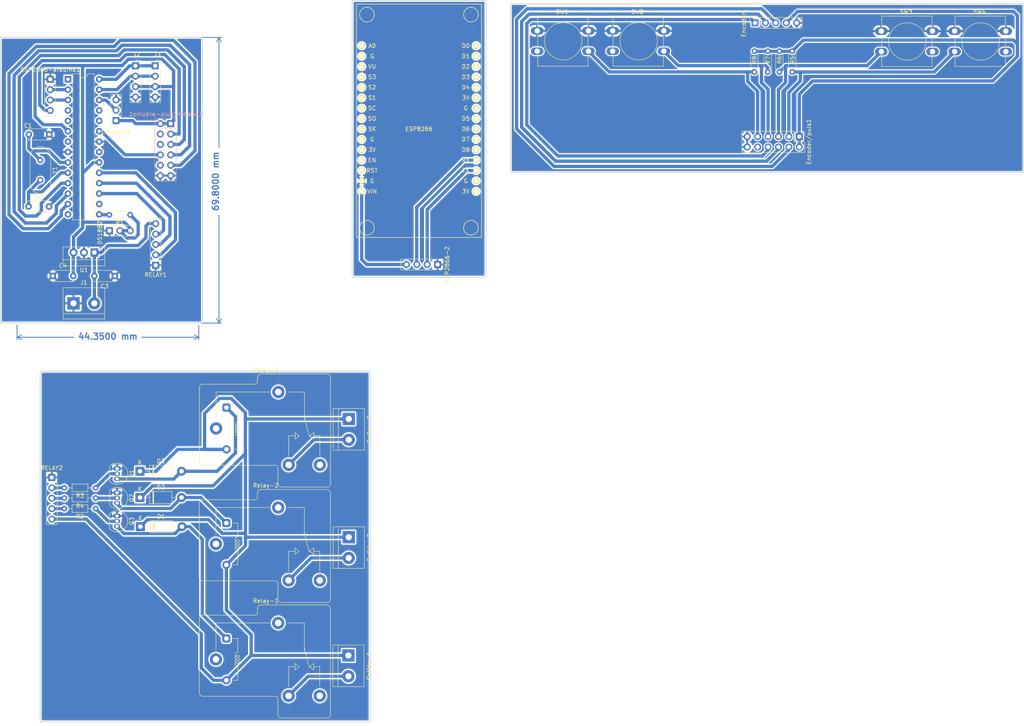
<source format=kicad_pcb>
(kicad_pcb (version 20211014) (generator pcbnew)
  (layers (0 "F.Cu" signal) (31 "B.Cu" signal) (34 "B.Paste" user) (35 "F.Paste" user) (36 "B.SilkS" user "B.Silkscreen") (37 "F.SilkS" user "F.Silkscreen") (38 "B.Mask" user) (39 "F.Mask" user) (44 "Edge.Cuts" user))
  (net 0 "")
  (net 1 "GND")
  (net 2 "Net-(Encoder/puls-arduino1-Pad3)")
  (net 3 "Net-(ESP2866-2-Pad2)")
  (net 4 "Net-(ESP2866-2-Pad3)")
  (net 6 "+5V")
  (net 9 "+12V")
  (net 11 "Net-(D1-Pad2)")
  (net 12 "Net-(D2-Pad2)")
  (net 13 "Net-(C1-Pad1)")
  (net 14 "Net-(C2-Pad1)")
  (net 15 "Net-(Lvl_sens1-Pad2)")
  (net 16 "Net-(Encoder/puls-arduino1-Pad5)")
  (net 17 "Net-(Encoder/puls-arduino1-Pad9)")
  (net 19 "Net-(Encoder/puls1-Pad3)")
  (net 20 "Net-(Encoder/puls1-Pad5)")
  (net 21 "Net-(Q1-Pad2)")
  (net 22 "Net-(Q2-Pad2)")
  (net 23 "Net-(Q3-Pad2)")
  (net 24 "Net-(D3-Pad2)")
  (net 25 "Net-(R1-Pad2)")
  (net 26 "Net-(R2-Pad2)")
  (net 27 "Net-(R3-Pad2)")
  (net 28 "Net-(R4-Pad2)")
  (net 29 "Net-(J2-Pad1)")
  (net 30 "Net-(J2-Pad2)")
  (net 31 "unconnected-(U3-Pad24)")
  (net 32 "Net-(Encoder/puls1-Pad7)")
  (net 35 "Net-(ESP2866-arduino1-Pad2)")
  (net 36 "Net-(ESP2866-arduino1-Pad3)")
  (net 57 "Net-(RELAY1-Pad2)")
  (net 58 "Net-(RELAY1-Pad3)")
  (net 59 "Net-(RELAY1-Pad4)")
  (net 62 "Net-(Encoder/puls-arduino1-Pad7)")
  (net 67 "Net-(Relay-1-Pad11A)")
  (net 69 "Net-(Relay-2-Pad11A)")
  (net 71 "Net-(Relay-3-Pad11A)")
  (net 73 "Net-(Encoder/puls1-Pad9)")
  (net 74 "Net-(Relay-1-Pad14)")
  (net 75 "Net-(Relay-2-Pad14)")
  (net 76 "Net-(Relay-3-Pad14)")
  (net 77 "Net-(Encoder/puls-arduino1-Pad4)")
  (net 78 "Net-(Encoder/puls-arduino1-Pad6)")
  (net 79 "Net-(Encoder/puls-arduino1-Pad8)")
  (net 80 "Net-(Encoder/puls1-Pad4)")
  (net 81 "Net-(Encoder/puls1-Pad6)")
  (net 82 "Net-(Encoder/puls1-Pad8)")
  (footprint "Connector_PinSocket_2.54mm:PinSocket_1x05_P2.54mm_Vertical" (layer "F.Cu") (at 212.94 19.805 90)
    (fp_text reference "Encoder1")
    (fp_text value "Conn_01x05")
  )
  (footprint "Button_Switch_THT:SW_PUSH-12mm" (layer "F.Cu") (at 261.67 21.82)
    (fp_text reference "SW4")
    (fp_text value "SW_Push")
  )
  (footprint "Capacitor_THT:C_Disc_D5.0mm_W2.5mm_P5.00mm" (layer "F.Cu") (at 35.555 64.68)
    (fp_text reference "C2")
    (fp_text value "20pF")
  )
  (footprint "Connector_PinSocket_2.54mm:PinSocket_1x03_P2.54mm_Vertical" (layer "F.Cu") (at 56.92 43.685 180)
    (fp_text reference "Lvl_sens1")
    (fp_text value "lvl_sens")
  )
  (footprint "Diode_THT:D_DO-41_SOD81_P10.16mm_Horizontal" (layer "F.Cu") (at 62.87 142.89)
    (fp_text reference "D1")
    (fp_text value "1N4007")
  )
  (footprint "Package_TO_SOT_THT:TO-220-3_Vertical" (layer "F.Cu") (at 51.635 75.91 180)
    (fp_text reference "U1")
    (fp_text value "LM7805")
  )
  (footprint "Resistor_THT:R_Axial_DIN0204_L3.6mm_D1.6mm_P7.62mm_Horizontal" (layer "F.Cu") (at 51.93 133.42 180)
    (fp_text reference "R3")
    (fp_text value "1k")
  )
  (footprint "Resistor_THT:R_Axial_DIN0204_L3.6mm_D1.6mm_P5.08mm_Horizontal" (layer "F.Cu") (at 60.375 66.7 180)
    (fp_text reference "R1")
    (fp_text value "4.7k")
  )
  (footprint "Relay_THT:Relay_SPDT_RAYEX-L90" (layer "F.Cu") (at 81.35 118.9)
    (fp_text reference "Relay-3")
    (fp_text value "RAYEX-L90")
  )
  (footprint "Diode_THT:D_DO-41_SOD81_P10.16mm_Horizontal" (layer "F.Cu") (at 62.76 135.78)
    (fp_text reference "D2")
    (fp_text value "1N4007")
  )
  (footprint "Capacitor_THT:C_Disc_D5.0mm_W2.5mm_P5.00mm" (layer "F.Cu") (at 35.625 47.06)
    (fp_text reference "C1")
    (fp_text value "20pF")
  )
  (footprint "Resistor_THT:R_Axial_DIN0204_L3.6mm_D1.6mm_P5.08mm_Horizontal" (layer "F.Cu") (at 218.87 31.81 90)
    (fp_text reference "R6")
    (fp_text value "10k")
  )
  (footprint "Crystal:Crystal_HC49-4H_Vertical" (layer "F.Cu") (at 38.445 53.35 -90)
    (fp_text reference "Y1")
    (fp_text value "16MHz")
  )
  (footprint "Connector_PinHeader_2.54mm:PinHeader_1x04_P2.54mm_Vertical" (layer "F.Cu") (at 135.44 78.85 -90)
    (fp_text reference "ESP2866-2")
    (fp_text value "Conn_01x04")
  )
  (footprint "Capacitor_THT:C_Disc_D5.0mm_W2.5mm_P5.00mm" (layer "F.Cu") (at 56.635 81.66 180)
    (fp_text reference "C3")
    (fp_text value "330nF")
  )
  (footprint "Connector_PinSocket_2.54mm:PinSocket_1x04_P2.54mm_Vertical" (layer "F.Cu") (at 61.665 30.3)
    (fp_text reference "J3")
    (fp_text value "DS1307")
  )
  (footprint "TerminalBlock:TerminalBlock_bornier-2_P5.08mm" (layer "F.Cu") (at 113.75 116.58 -90)
    (fp_text reference "Salida-3")
    (fp_text value "Conn_01x02")
  )
  (footprint "Resistor_THT:R_Axial_DIN0204_L3.6mm_D1.6mm_P5.08mm_Horizontal" (layer "F.Cu") (at 216.04 31.81 90)
    (fp_text reference "R7")
    (fp_text value "10k")
  )
  (footprint "ESP8266 LOLiN v3:ESP8266" (layer "F.Cu") (at 130.88 45.73)
    (fp_text reference "ESP8266")
    (fp_text value "NodeMCU1.0(ESP-12E)")
  )
  (footprint "Button_Switch_THT:SW_PUSH-12mm" (layer "F.Cu") (at 159.76 21.74)
    (fp_text reference "SW1")
    (fp_text value "SW_Push")
  )
  (footprint "Connector_PinSocket_2.54mm:PinSocket_1x04_P2.54mm_Vertical" (layer "F.Cu") (at 66.485 30.3)
    (fp_text reference "J2")
    (fp_text value "I2C + LCD")
  )
  (footprint "Package_TO_SOT_THT:TO-92_Inline" (layer "F.Cu") (at 57.2 128.7 -90)
    (fp_text reference "Q1")
    (fp_text value "PN2222A")
  )
  (footprint "TerminalBlock:TerminalBlock_bornier-2_P5.08mm" (layer "F.Cu") (at 46.535 88.33)
    (fp_text reference "J1")
    (fp_text value "12v")
  )
  (footprint "Package_TO_SOT_THT:TO-92_Inline" (layer "F.Cu") (at 57.2 134.61 -90)
    (fp_text reference "Q2")
    (fp_text value "PN2222A")
  )
  (footprint "Connector_PinHeader_2.54mm:PinHeader_2x06_P2.54mm_Vertical" (layer "F.Cu") (at 223.74 47.595 -90)
    (fp_text reference "Encoder/puls1")
    (fp_text value "Conn_02x06_Odd_Even")
  )
  (footprint "Diode_THT:D_DO-41_SOD81_P10.16mm_Horizontal" (layer "F.Cu") (at 62.76 129.36)
    (fp_text reference "D3")
    (fp_text value "1N4007")
  )
  (footprint "Capacitor_THT:C_Disc_D5.0mm_W2.5mm_P5.00mm" (layer "F.Cu") (at 41.475 81.64)
    (fp_text reference "C4")
    (fp_text value "100nF")
  )
  (footprint "TerminalBlock:TerminalBlock_bornier-2_P5.08mm" (layer "F.Cu") (at 113.74 145.46 -90)
    (fp_text reference "Salida-2")
    (fp_text value "Conn_01x02")
  )
  (footprint "Package_TO_SOT_THT:TO-92_Inline" (layer "F.Cu") (at 57.16 140.29 -90)
    (fp_text reference "Q3")
    (fp_text value "PN2222A")
  )
  (footprint "Connector_PinHeader_2.54mm:PinHeader_1x05_P2.54mm_Vertical" (layer "F.Cu") (at 41.24 130.875)
    (fp_text reference "RELAY2")
    (fp_text value "Conn_01x05")
  )
  (footprint "Package_DIP:DIP-28_W7.62mm" (layer "F.Cu") (at 45.195 33.58)
    (fp_text reference "U3" hide)
    (fp_text value "ATmega328P-P")
  )
  (footprint "Connector_PinHeader_2.54mm:PinHeader_1x05_P2.54mm_Vertical" (layer "F.Cu") (at 66.605 79.025 180)
    (fp_text reference "RELAY1")
    (fp_text value "Conn_01x05")
  )
  (footprint "TerminalBlock:TerminalBlock_bornier-2_P5.08mm" (layer "F.Cu") (at 113.67 174.36 -90)
    (fp_text reference "Salida-1")
    (fp_text value "Conn_01x02")
  )
  (footprint "Resistor_THT:R_Axial_DIN0204_L3.6mm_D1.6mm_P5.08mm_Horizontal" (layer "F.Cu") (at 212.79 31.81 90)
    (fp_text reference "R8")
    (fp_text value "10k")
  )
  (footprint "Relay_THT:Relay_SPDT_RAYEX-L90" (layer "F.Cu") (at 81.32 147.12)
    (fp_text reference "Relay-2")
    (fp_text value "RAYEX-L90")
  )
  (footprint "Connector_PinHeader_2.54mm:PinHeader_1x04_P2.54mm_Vertical" (layer "F.Cu") (at 40.855 33.58)
    (fp_text reference "ESP2866-arduino1")
    (fp_text value "Conn_01x04")
  )
  (footprint "Button_Switch_THT:SW_PUSH-12mm" (layer "F.Cu") (at 178.18 21.74)
    (fp_text reference "SW2")
    (fp_text value "SW_Push")
  )
  (footprint "Resistor_THT:R_Axial_DIN0204_L3.6mm_D1.6mm_P7.62mm_Horizontal" (layer "F.Cu") (at 51.93 138.48 180)
    (fp_text reference "R2")
    (fp_text value "1k")
  )
  (footprint "Relay_THT:Relay_SPDT_RAYEX-L90" (layer "F.Cu") (at 81.32 175.32)
    (fp_text reference "Relay-1")
    (fp_text value "RAYEX-L90")
  )
  (footprint "Button_Switch_THT:SW_PUSH-12mm" (layer "F.Cu") (at 243.76 21.82)
    (fp_text reference "SW3")
    (fp_text value "SW_Push")
  )
  (footprint "Resistor_THT:R_Axial_DIN0204_L3.6mm_D1.6mm_P7.62mm_Horizontal" (layer "F.Cu") (at 51.93 135.92 180)
    (fp_text reference "R4")
    (fp_text value "1k")
  )
  (footprint "Resistor_THT:R_Axial_DIN0204_L3.6mm_D1.6mm_P5.08mm_Horizontal" (layer "F.Cu") (at 222.04 31.81 90)
    (fp_text reference "R5")
    (fp_text value "10k")
  )
  (footprint "Connector_PinHeader_2.54mm:PinHeader_1x03_P2.54mm_Vertical" (layer "F.Cu") (at 55.31 70.58 90)
    (fp_text reference "DS18B20")
    (fp_text value "Conn_01x03")
  )
  (footprint "Connector_PinHeader_2.54mm:PinHeader_2x06_P2.54mm_Vertical" (layer "B.Cu") (at 70.275 44.425 180)
    (fp_text reference "Encoder/puls-arduino1")
    (fp_text value "Conn_02x06_Odd_Even" hide)
  )
  (gr_rect (start 153.28 15.152161) (end 278.518479 56.30358) (layer "Edge.Cuts") (width 0.2) (fill none))
  (gr_rect (start 114.58 14.32) (end 147.24 81.93) (layer "Edge.Cuts") (width 0.2) (fill none))
  (gr_rect (start 78.025 23.33) (end 28.695 93.14) (layer "Edge.Cuts") (width 0.2) (fill none))
  (gr_rect (start 38.41 104.91) (end 118.94 190.59) (layer "Edge.Cuts") (width 0.2) (fill none))
  (dimension (type aligned) (layer "B.Cu") (pts (xy 77.225 23.36) (xy 77.225 93.16)) (height -4.835) (gr_text "69.8000 mm" (at 81.26 58.53 90) (layer "B.Cu") (effects (font (size 1.5 1.5) (thickness 0.3)))) (format (units 3) (units_format 1) (precision 4)) (style (thickness 0.2) (arrow_length 1.27) (text_position_mode 2) (extension_height 0.58642) (extension_offset 0.5) keep_text_aligned))
  (dimension (type aligned) (layer "B.Cu") (pts (xy 32.775 93.14) (xy 77.125 93.14)) (height 3.47) (gr_text "44.3500 mm" (at 54.94 96.43) (layer "B.Cu") (effects (font (size 1.5 1.5) (thickness 0.3)))) (format (units 3) (units_format 1) (precision 4)) (style (thickness 0.2) (arrow_length 1.27) (text_position_mode 2) (extension_height 0.58642) (extension_offset 0.5) keep_text_aligned))
  (segment (start 45.195 51.36) (end 44.925 51.36) (width 0.8) (layer "B.Cu") (net 1))
  (segment (start 49.095 75.2975) (end 49.095 75.91) (width 0.8) (layer "B.Cu") (net 1))
  (segment (start 40.625 47.06) (end 40.895 47.06) (width 0.8) (layer "B.Cu") (net 1))
  (segment (start 43.635 44.72) (end 45.195 46.28) (width 0.8) (layer "B.Cu") (net 2))
  (segment (start 38.84 29.03) (end 37.15 30.72) (width 0.8) (layer "B.Cu") (net 2))
  (segment (start 70.275 46.965) (end 72.33 46.965) (width 0.8) (layer "B.Cu") (net 2))
  (segment (start 72.33 46.965) (end 72.33 31.07) (width 0.8) (layer "B.Cu") (net 2))
  (segment (start 39.18 44.72) (end 43.635 44.72) (width 0.8) (layer "B.Cu") (net 2))
  (segment (start 72.33 31.07) (end 68.81 27.55) (width 0.8) (layer "B.Cu") (net 2))
  (segment (start 37.15 42.69) (end 39.18 44.72) (width 0.8) (layer "B.Cu") (net 2))
  (segment (start 37.15 30.72) (end 37.15 42.69) (width 0.8) (layer "B.Cu") (net 2))
  (segment (start 57.91 29.03) (end 38.84 29.03) (width 0.8) (layer "B.Cu") (net 2))
  (segment (start 68.81 27.55) (end 59.39 27.55) (width 0.8) (layer "B.Cu") (net 2))
  (segment (start 59.39 27.55) (end 57.91 29.03) (width 0.8) (layer "B.Cu") (net 2))
  (segment (start 142.42 55.89) (end 144.85 55.89) (width 0.8) (layer "B.Cu") (net 3))
  (segment (start 132.89 65.42) (end 142.42 55.89) (width 0.8) (layer "B.Cu") (net 3))
  (segment (start 132.89 78.84) (end 132.89 65.42) (width 0.8) (layer "B.Cu") (net 3))
  (segment (start 132.9 78.85) (end 132.89 78.84) (width 0.8) (layer "B.Cu") (net 3))
  (segment (start 130.36 78.85) (end 130.34 78.83) (width 0.8) (layer "B.Cu") (net 4))
  (segment (start 141.83 53.35) (end 144.85 53.35) (width 0.8) (layer "B.Cu") (net 4))
  (segment (start 130.34 64.84) (end 141.83 53.35) (width 0.8) (layer "B.Cu") (net 4))
  (segment (start 130.34 78.83) (end 130.34 64.84) (width 0.8) (layer "B.Cu") (net 4))
  (segment (start 48.77 30.32) (end 48.69 30.24) (width 0.8) (layer "B.Cu") (net 6))
  (segment (start 62.335 71.53) (end 61.495 72.37) (width 0.8) (layer "B.Cu") (net 6))
  (segment (start 66.485 35.38) (end 70.79 35.38) (width 0.8) (layer "B.Cu") (net 6))
  (segment (start 223.365 17) (end 220.56 19.805) (width 0.8) (layer "B.Cu") (net 6))
  (segment (start 127.82 78.85) (end 118.13 78.85) (width 0.8) (layer "B.Cu") (net 6))
  (segment (start 271.76 33.24) (end 277 28) (width 0.8) (layer "B.Cu") (net 6))
  (segment (start 277 18) (end 276 17) (width 0.8) (layer "B.Cu") (net 6))
  (segment (start 48.77 68.46) (end 48.77 56.525) (width 0.8) (layer "B.Cu") (net 6))
  (segment (start 38.29 31.215) (end 38.29 39.875) (width 0.8) (layer "B.Cu") (net 6))
  (segment (start 58.945 68.51) (end 48.82 68.51) (width 0.8) (layer "B.Cu") (net 6))
  (segment (start 62.335 68.66) (end 62.335 71.53) (width 0.8) (layer "B.Cu") (net 6))
  (segment (start 212.79 26.73) (end 212.8 26.74) (width 0.8) (layer "B.Cu") (net 6))
  (segment (start 272 33) (end 271 34) (width 0.8) (layer "B.Cu") (net 6))
  (segment (start 276 24) (end 277 25) (width 0.8) (layer "B.Cu") (net 6))
  (segment (start 276 17) (end 223.365 17) (width 0.8) (layer "B.Cu") (net 6))
  (segment (start 48.77 56.525) (end 48.77 30.32) (width 0.8) (layer "B.Cu") (net 6))
  (segment (start 50.115 55.18) (end 50.2775 55.0175) (width 0.8) (layer "B.Cu") (net 6))
  (segment (start 60.39 70.58) (end 57.85 70.58) (width 0.8) (layer "B.Cu") (net 6))
  (segment (start 60.39 69.955) (end 58.945 68.51) (width 0.8) (layer "B.Cu") (net 6))
  (segment (start 61.705 44.425) (end 67.735 44.425) (width 0.8) (layer "B.Cu") (net 6))
  (segment (start 68.785 44.425) (end 70.275 44.425) (width 0.8) (layer "B.Cu") (net 6))
  (segment (start 60.965 43.685) (end 61.705 44.425) (width 0.8) (layer "B.Cu") (net 6))
  (segment (start 70.79 35.38) (end 70.98 35.19) (width 0.8) (layer "B.Cu") (net 6))
  (segment (start 48.77 56.525) (end 50.115 55.18) (width 0.8) (layer "B.Cu") (net 6))
  (segment (start 223.795 50.19) (end 223.74 50.135) (width 0.8) (layer "B.Cu") (net 6))
  (segment (start 50.115 55.18) (end 50.13 55.165) (width 0.8) (layer "B.Cu") (net 6))
  (segment (start 227 34) (end 223.74 37.26) (width 0.8) (layer "B.Cu") (net 6))
  (segment (start 70.98 31.485738) (end 68.164262 28.67) (width 0.8) (layer "B.Cu") (net 6))
  (segment (start 46.475 75.99) (end 46.555 75.91) (width 0.8) (layer "B.Cu") (net 6))
  (segment (start 39.615 41.2) (end 40.855 41.2) (width 0.8) (layer "B.Cu") (net 6))
  (segment (start 277 28) (end 277 25) (width 0.8) (layer "B.Cu") (net 6))
  (segment (start 68.164262 28.67) (end 59.985 28.67) (width 0.8) (layer "B.Cu") (net 6))
  (segment (start 70.275 44.425) (end 70.98 43.72) (width 0.8) (layer "B.Cu") (net 6))
  (segment (start 58.415 30.24) (end 48.69 30.24) (width 0.8) (layer "B.Cu") (net 6))
  (segment (start 56.92 43.685) (end 60.965 43.685) (width 0.8) (layer "B.Cu") (net 6))
  (segment (start 224.77 24) (end 276 24) (width 0.8) (layer "B.Cu") (net 6))
  (segment (start 46.475 81.64) (end 46.475 75.99) (width 0.8) (layer "B.Cu") (net 6))
  (segment (start 222.03 26.74) (end 224.77 24) (width 0.8) (layer "B.Cu") (net 6))
  (segment (start 277 25) (end 277 18) (width 0.8) (layer "B.Cu") (net 6))
  (segment (start 212.8 26.74) (end 222.03 26.74) (width 0.8) (layer "B.Cu") (net 6))
  (segment (start 69.02 44.66) (end 68.785 44.425) (width 0.25) (layer "B.Cu") (net 6))
  (segment (start 59.64 72.37) (end 57.85 70.58) (width 0.8) (layer "B.Cu") (net 6))
  (segment (start 223.74 47.595) (end 223.74 50.135) (width 0.8) (layer "B.Cu") (net 6))
  (segment (start 46.555 75.91) (end 46.555 72.11) (width 0.8) (layer "B.Cu") (net 6))
  (segment (start 51.395 53.9) (end 52.815 53.9) (width 0.8) (layer "B.Cu") (net 6))
  (segment (start 118.13 78.85) (end 116.91 77.63) (width 0.8) (layer "B.Cu") (net 6))
  (segment (start 48.82 68.51) (end 48.77 68.46) (width 0.8) (layer "B.Cu") (net 6))
  (segment (start 69 44.68) (end 69.02 44.66) (width 0.35) (layer "B.Cu") (net 6))
  (segment (start 48.69 30.24) (end 39.265 30.24) (width 0.8) (layer "B.Cu") (net 6))
  (segment (start 70.98 35.19) (end 70.98 31.485738) (width 0.8) (layer "B.Cu") (net 6))
  (segment (start 61.495 72.37) (end 59.64 72.37) (width 0.8) (layer "B.Cu") (net 6))
  (segment (start 39.265 30.24) (end 38.29 31.215) (width 0.8) (layer "B.Cu") (net 6))
  (segment (start 46.555 72.11) (end 48.77 69.895) (width 0.8) (layer "B.Cu") (net 6))
  (segment (start 116.91 77.63) (end 116.91 60.97) (width 0.8) (layer "B.Cu") (net 6))
  (segment (start 50.2775 55.0175) (end 51.395 53.9) (width 0.8) (layer "B.Cu") (net 6))
  (segment (start 61.665 35.38) (end 66.485 35.38) (width 0.8) (layer "B.Cu") (net 6))
  (segment (start 38.29 39.875) (end 39.615 41.2) (width 0.8) (layer "B.Cu") (net 6))
  (segment (start 70.98 43.72) (end 70.98 35.19) (width 0.8) (layer "B.Cu") (net 6))
  (segment (start 271 34) (end 227 34) (width 0.8) (layer "B.Cu") (net 6))
  (segment (start 60.39 70.58) (end 60.39 69.955) (width 0.8) (layer "B.Cu") (net 6))
  (segment (start 48.77 69.895) (end 48.77 67.08) (width 0.8) (layer "B.Cu") (net 6))
  (segment (start 60.375 66.7) (end 62.335 68.66) (width 0.8) (layer "B.Cu") (net 6))
  (segment (start 59.985 28.67) (end 58.415 30.24) (width 0.8) (layer "B.Cu") (net 6))
  (segment (start 69.06 44.7) (end 68.785 44.425) (width 0.25) (layer "B.Cu") (net 6))
  (segment (start 67.735 44.425) (end 68.785 44.425) (width 0.8) (layer "B.Cu") (net 6))
  (segment (start 223.74 37.26) (end 223.74 47.595) (width 0.8) (layer "B.Cu") (net 6))
  (segment (start 62.99 135.78) (end 65.84 132.93) (width 0.8) (layer "B.Cu") (net 9))
  (segment (start 66.65 129.36) (end 72.01 124) (width 0.8) (layer "B.Cu") (net 9))
  (segment (start 65.84 132.93) (end 80.61 132.93) (width 0.8) (layer "B.Cu") (net 9))
  (segment (start 88.53 147.55) (end 83.86 152.22) (width 0.8) (layer "B.Cu") (net 9))
  (segment (start 51.635 81.66) (end 51.635 79.25) (width 0.8) (layer "B.Cu") (net 9))
  (segment (start 64.57 141.19) (end 79.52 141.19) (width 0.8) (layer "B.Cu") (net 9))
  (segment (start 72.01 124) (end 83.89 124) (width 0.8) (layer "B.Cu") (net 9))
  (segment (start 64.795 68.865) (end 66.605 68.865) (width 0.8) (layer "B.Cu") (net 9))
  (segment (start 113.74 145.46) (end 88.6 145.46) (width 0.8) (layer "B.Cu") (net 9))
  (segment (start 53.305 75.91) (end 54.995 74.22) (width 0.8) (layer "B.Cu") (net 9))
  (segment (start 64.24 72.28) (end 64.24 69.42) (width 0.8) (layer "B.Cu") (net 9))
  (segment (start 88.53 145.53) (end 88.53 147.55) (width 0.8) (layer "B.Cu") (net 9))
  (segment (start 78.54 115.24) (end 82.23 111.55) (width 0.8) (layer "B.Cu") (net 9))
  (segment (start 77.75 177.43) (end 80.74 180.42) (width 0.8) (layer "B.Cu") (net 9))
  (segment (start 82.86 144.53) (end 88.5 144.53) (width 0.8) (layer "B.Cu") (net 9))
  (segment (start 62.76 135.78) (end 62.99 135.78) (width 0.8) (layer "B.Cu") (net 9))
  (segment (start 113.75 116.58) (end 88.51 116.58) (width 0.8) (layer "B.Cu") (net 9))
  (segment (start 51.635 81.66) (end 51.635 88.31) (width 0.8) (layer "B.Cu") (net 9))
  (segment (start 54.995 74.22) (end 62.3 74.22) (width 0.8) (layer "B.Cu") (net 9))
  (segment (start 78.72 124) (end 78.54 123.82) (width 0.8) (layer "B.Cu") (net 9))
  (segment (start 89.92 174.36) (end 83.86 180.42) (width 0.8) (layer "B.Cu") (net 9))
  (segment (start 62.87 142.89) (end 64.57 141.19) (width 0.8) (layer "B.Cu") (net 9))
  (segment (start 51.635 88.31) (end 51.615 88.33) (width 0.8) (layer "B.Cu") (net 9))
  (segment (start 49.635 141.035) (end 77.75 169.15) (width 0.8) (layer "B.Cu") (net 9))
  (segment (start 88.5 144.53) (end 88.51 144.52) (width 0.8) (layer "B.Cu") (net 9))
  (segment (start 82.24 111.55) (end 85.02 111.55) (width 0.8) (layer "B.Cu") (net 9))
  (segment (start 62.76 129.36) (end 66.65 129.36) (width 0.8) (layer "B.Cu") (net 9))
  (segment (start 88.6 145.46) (end 88.53 145.53) (width 0.8) (layer "B.Cu") (net 9))
  (segment (start 51.635 75.91) (end 53.305 75.91) (width 0.8) (layer "B.Cu") (net 9))
  (segment (start 83.86 152.22) (end 83.86 163.23) (width 0.8) (layer "B.Cu") (net 9))
  (segment (start 64.24 69.42) (end 64.795 68.865) (width 0.8) (layer "B.Cu") (net 9))
  (segment (start 83.86 163.23) (end 89.92 169.29) (width 0.8) (layer "B.Cu") (net 9))
  (segment (start 80.61 132.93) (end 88.41 125.13) (width 0.8) (layer "B.Cu") (net 9))
  (segment (start 85.02 111.55) (end 88.51 115.04) (width 0.8) (layer "B.Cu") (net 9))
  (segment (start 83.89 124) (end 78.72 124) (width 0.8) (layer "B.Cu") (net 9))
  (segment (start 113.67 174.36) (end 89.92 174.36) (width 0.8) (layer "B.Cu") (net 9))
  (segment (start 89.92 169.29) (end 89.92 174.36) (width 0.8) (layer "B.Cu") (net 9))
  (segment (start 82.23 111.55) (end 82.26 111.55) (width 0.8) (layer "B.Cu") (net 9))
  (segment (start 88.53 125.13) (end 88.53 145.53) (width 0.8) (layer "B.Cu") (net 9))
  (segment (start 80.74 180.42) (end 83.86 180.42) (width 0.8) (layer "B.Cu") (net 9))
  (segment (start 41.24 141.035) (end 49.635 141.035) (width 0.8) (layer "B.Cu") (net 9))
  (segment (start 51.635 79.25) (end 51.635 75.91) (width 0.8) (layer "B.Cu") (net 9))
  (segment (start 88.41 125.13) (end 88.53 125.13) (width 0.8) (layer "B.Cu") (net 9))
  (segment (start 88.51 115.04) (end 88.51 116.58) (width 0.8) (layer "B.Cu") (net 9))
  (segment (start 88.51 116.58) (end 88.51 125.13) (width 0.8) (layer "B.Cu") (net 9))
  (segment (start 78.54 123.82) (end 78.54 115.24) (width 0.8) (layer "B.Cu") (net 9))
  (segment (start 62.3 74.22) (end 64.24 72.28) (width 0.8) (layer "B.Cu") (net 9))
  (segment (start 79.52 141.19) (end 82.86 144.53) (width 0.8) (layer "B.Cu") (net 9))
  (segment (start 77.75 169.15) (end 77.75 177.43) (width 0.8) (layer "B.Cu") (net 9))
  (segment (start 58.92 144.59) (end 71.33 144.59) (width 0.8) (layer "B.Cu") (net 11))
  (segment (start 77.98 164.34) (end 83.86 170.22) (width 0.8) (layer "B.Cu") (net 11))
  (segment (start 74.93 142.89) (end 77.98 145.94) (width 0.8) (layer "B.Cu") (net 11))
  (segment (start 71.33 144.59) (end 73.03 142.89) (width 0.8) (layer "B.Cu") (net 11))
  (segment (start 57.16 142.83) (end 58.92 144.59) (width 0.8) (layer "B.Cu") (net 11))
  (segment (start 73.03 142.89) (end 74.93 142.89) (width 0.8) (layer "B.Cu") (net 11))
  (segment (start 77.98 145.94) (end 77.98 164.34) (width 0.8) (layer "B.Cu") (net 11))
  (segment (start 57.2 137.15) (end 57.2 137.375) (width 0.8) (layer "B.Cu") (net 12))
  (segment (start 57.2 137.375) (end 58.3 138.475) (width 0.8) (layer "B.Cu") (net 12))
  (segment (start 77.62 135.78) (end 83.86 142.02) (width 0.8) (layer "B.Cu") (net 12))
  (segment (start 58.3 138.475) (end 70.225 138.475) (width 0.8) (layer "B.Cu") (net 12))
  (segment (start 70.225 138.475) (end 72.92 135.78) (width 0.8) (layer "B.Cu") (net 12))
  (segment (start 72.92 135.78) (end 77.62 135.78) (width 0.8) (layer "B.Cu") (net 12))
  (segment (start 36.18 51.085) (end 40.47 51.085) (width 0.8) (layer "B.Cu") (net 13))
  (segment (start 35.625 47.06) (end 35.625 50.53) (width 0.8) (layer "B.Cu") (net 13))
  (segment (start 35.625 50.53) (end 36.18 51.085) (width 0.8) (layer "B.Cu") (net 13))
  (segment (start 43.385 53.9) (end 45.195 53.9) (width 0.8) (layer "B.Cu") (net 13))
  (segment (start 43.335 53.95) (end 43.385 53.9) (width 0.8) (layer "B.Cu") (net 13))
  (segment (start 36.18 51.085) (end 38.445 53.35) (width 0.8) (layer "B.Cu") (net 13))
  (segment (start 40.47 51.085) (end 43.335 53.95) (width 0.8) (layer "B.Cu") (net 13))
  (segment (start 35.555 61.12) (end 38.825 61.12) (width 0.8) (layer "B.Cu") (net 14))
  (segment (start 38.825 61.12) (end 43.505 56.44) (width 0.8) (layer "B.Cu") (net 14))
  (segment (start 35.555 61.12) (end 38.445 58.23) (width 0.8) (layer "B.Cu") (net 14))
  (segment (start 43.505 56.44) (end 45.195 56.44) (width 0.8) (layer "B.Cu") (net 14))
  (segment (start 35.555 64.68) (end 35.555 61.12) (width 0.8) (layer "B.Cu") (net 14))
  (segment (start 52.815 38.66) (end 54.435 38.66) (width 0.8) (layer "B.Cu") (net 15))
  (segment (start 54.435 38.66) (end 56.92 41.145) (width 0.8) (layer "B.Cu") (net 15))
  (segment (start 43.58 58.98) (end 45.195 58.98) (width 0.8) (layer "B.Cu") (net 16))
  (segment (start 33.31 65.47) (end 34.84 67) (width 0.8) (layer "B.Cu") (net 16))
  (segment (start 57.52 27.79) (end 38.49 27.79) (width 0.8) (layer "B.Cu") (net 16))
  (segment (start 73.6 30.52) (end 69.49 26.41) (width 0.8) (layer "B.Cu") (net 16))
  (segment (start 58.9 26.41) (end 57.52 27.79) (width 0.8) (layer "B.Cu") (net 16))
  (segment (start 38.49 27.79) (end 33.31 32.97) (width 0.8) (layer "B.Cu") (net 16))
  (segment (start 37.47 67) (end 38.69 65.78) (width 0.8) (layer "B.Cu") (net 16))
  (segment (start 38.69 65.78) (end 38.69 63.87) (width 0.8) (layer "B.Cu") (net 16))
  (segment (start 38.69 63.87) (end 43.58 58.98) (width 0.8) (layer "B.Cu") (net 16))
  (segment (start 72.415 49.505) (end 73.6 48.32) (width 0.8) (layer "B.Cu") (net 16))
  (segment (start 33.31 32.97) (end 33.31 65.47) (width 0.8) (layer "B.Cu") (net 16))
  (segment (start 70.275 49.505) (end 72.415 49.505) (width 0.8) (layer "B.Cu") (net 16))
  (segment (start 34.84 67) (end 37.47 67) (width 0.8) (layer "B.Cu") (net 16))
  (segment (start 73.6 48.32) (end 73.6 30.52) (width 0.8) (layer "B.Cu") (net 16))
  (segment (start 69.49 26.41) (end 58.9 26.41) (width 0.8) (layer "B.Cu") (net 16))
  (segment (start 43.57 66.89) (end 43.57 65.685) (width 0.8) (layer "B.Cu") (net 17))
  (segment (start 30.79 66.64) (end 34.26 70.11) (width 0.8) (layer "B.Cu") (net 17))
  (segment (start 40.35 70.11) (end 43.57 66.89) (width 0.8) (layer "B.Cu") (net 17))
  (segment (start 56.49 25.56) (end 37.47 25.56) (width 0.8) (layer "B.Cu") (net 17))
  (segment (start 57.98 24.07) (end 56.49 25.56) (width 0.8) (layer "B.Cu") (net 17))
  (segment (start 70.94 24.07) (end 57.98 24.07) (width 0.8) (layer "B.Cu") (net 17))
  (segment (start 37.47 25.56) (end 30.79 32.24) (width 0.8) (layer "B.Cu") (net 17))
  (segment (start 76.21 51.04) (end 76.21 29.34) (width 0.8) (layer "B.Cu") (net 17))
  (segment (start 76.21 29.34) (end 70.94 24.07) (width 0.8) (layer "B.Cu") (net 17))
  (segment (start 72.665 54.585) (end 76.21 51.04) (width 0.8) (layer "B.Cu") (net 17))
  (segment (start 34.26 70.11) (end 40.35 70.11) (width 0.8) (layer "B.Cu") (net 17))
  (segment (start 30.79 32.24) (end 30.79 66.64) (width 0.8) (layer "B.Cu") (net 17))
  (segment (start 43.57 65.685) (end 45.195 64.06) (width 0.8) (layer "B.Cu") (net 17))
  (segment (start 70.275 54.585) (end 72.665 54.585) (width 0.8) (layer "B.Cu") (net 17))
  (segment (start 256.68 31.81) (end 261.67 26.82) (width 0.8) (layer "B.Cu") (net 19))
  (segment (start 224.95 31.81) (end 256.68 31.81) (width 0.8) (layer "B.Cu") (net 19))
  (segment (start 224 34) (end 221.2 36.8) (width 0.8) (layer "B.Cu") (net 19))
  (segment (start 224.44 31.81) (end 224.95 31.81) (width 0.8) (layer "B.Cu") (net 19))
  (segment (start 221.2 36.8) (end 221.2 47.595) (width 0.8) (layer "B.Cu") (net 19))
  (segment (start 222.04 31.81) (end 224.44 31.81) (width 0.8) (layer "B.Cu") (net 19))
  (segment (start 224 32.05) (end 224 34) (width 0.8) (layer "B.Cu") (net 19))
  (segment (start 220.42 30.26) (end 240.32 30.26) (width 0.8) (layer "B.Cu") (net 20))
  (segment (start 220.4 34.36) (end 220.4 30.28) (width 0.8) (layer "B.Cu") (net 20))
  (segment (start 220.4 30.28) (end 220.42 30.26) (width 0.8) (layer "B.Cu") (net 20))
  (segment (start 218.66 47.595) (end 218.66 36.1) (width 0.8) (layer "B.Cu") (net 20))
  (segment (start 240.32 30.26) (end 243.76 26.82) (width 0.8) (layer "B.Cu") (net 20))
  (segment (start 218.66 36.1) (end 220.4 34.36) (width 0.8) (layer "B.Cu") (net 20))
  (segment (start 220.42 30.26) (end 218.87 31.81) (width 0.8) (layer "B.Cu") (net 20))
  (segment (start 55.38 129.97) (end 57.2 129.97) (width 0.8) (layer "B.Cu") (net 21))
  (segment (start 51.93 133.42) (end 55.38 129.97) (width 0.8) (layer "B.Cu") (net 21))
  (segment (start 51.93 135.92) (end 57.16 135.92) (width 0.8) (layer "B.Cu") (net 22))
  (segment (start 57.16 135.92) (end 57.2 135.88) (width 0.8) (layer "B.Cu") (net 22))
  (segment (start 51.93 138.48) (end 55.01 141.56) (width 0.8) (layer "B.Cu") (net 23))
  (segment (start 55.01 141.56) (end 57.16 141.56) (width 0.8) (layer "B.Cu") (net 23))
  (segment (start 72.92 129.36) (end 81.59 129.36) (width 0.8) (layer "B.Cu") (net 24))
  (segment (start 81.59 129.36) (end 86.09 124.86) (width 0.8) (layer "B.Cu") (net 24))
  (segment (start 71.04 131.24) (end 72.92 129.36) (width 0.8) (layer "B.Cu") (net 24))
  (segment (start 86.09 116) (end 83.89 113.8) (width 0.8) (layer "B.Cu") (net 24))
  (segment (start 57.2 131.24) (end 71.04 131.24) (width 0.8) (layer "B.Cu") (net 24))
  (segment (start 86.09 124.86) (end 86.09 116) (width 0.8) (layer "B.Cu") (net 24))
  (segment (start 55.295 66.7) (end 52.915 66.7) (width 0.8) (layer "B.Cu") (net 25))
  (segment (start 52.915 66.7) (end 52.815 66.6) (width 0.8) (layer "B.Cu") (net 25))
  (segment (start 44.295 138.495) (end 44.31 138.48) (width 0.8) (layer "B.Cu") (net 26))
  (segment (start 41.24 138.495) (end 44.295 138.495) (width 0.8) (layer "B.Cu") (net 26))
  (segment (start 41.24 133.415) (end 44.305 133.415) (width 0.8) (layer "B.Cu") (net 27))
  (segment (start 44.305 133.415) (end 44.31 133.42) (width 0.8) (layer "B.Cu") (net 27))
  (segment (start 41.24 135.955) (end 44.275 135.955) (width 0.8) (layer "B.Cu") (net 28))
  (segment (start 44.27 135.96) (end 44.31 135.92) (width 0.8) (layer "B.Cu") (net 28))
  (segment (start 44.275 135.955) (end 44.31 135.92) (width 0.8) (layer "B.Cu") (net 28))
  (segment (start 61.665 30.3) (end 66.485 30.3) (width 0.8) (layer "B.Cu") (net 29))
  (segment (start 61.665 30.3) (end 60.255 30.3) (width 0.8) (layer "B.Cu") (net 29))
  (segment (start 60.255 30.3) (end 56.975 33.58) (width 0.8) (layer "B.Cu") (net 29))
  (segment (start 56.975 33.58) (end 52.815 33.58) (width 0.8) (layer "B.Cu") (net 29))
  (segment (start 61.665 32.84) (end 66.485 32.84) (width 0.8) (layer "B.Cu") (net 30))
  (segment (start 60.425 32.84) (end 57.145 36.12) (width 0.8) (layer "B.Cu") (net 30))
  (segment (start 57.145 36.12) (end 52.815 36.12) (width 0.8) (layer "B.Cu") (net 30))
  (segment (start 61.665 32.84) (end 60.425 32.84) (width 0.8) (layer "B.Cu") (net 30))
  (segment (start 52.815 44.145) (end 52.815 43.74) (width 0.8) (layer "B.Cu") (net 31))
  (segment (start 214.51 34.415786) (end 214.51 30.54) (width 0.8) (layer "B.Cu") (net 32))
  (segment (start 216.12 36.025786) (end 214.51 34.415786) (width 0.8) (layer "B.Cu") (net 32))
  (segment (start 216.12 47.595) (end 216.12 36.025786) (width 0.8) (layer "B.Cu") (net 32))
  (segment (start 214.51 30.54) (end 214.79 30.26) (width 0.8) (layer "B.Cu") (net 32))
  (segment (start 215.55 30.26) (end 216.04 30.75) (width 0.8) (layer "B.Cu") (net 32))
  (segment (start 214.79 30.26) (end 215.55 30.26) (width 0.8) (layer "B.Cu") (net 32))
  (segment (start 214.79 30.26) (end 194.2 30.26) (width 0.8) (layer "B.Cu") (net 32))
  (segment (start 216.04 30.75) (end 216.04 31.81) (width 0.8) (layer "B.Cu") (net 32))
  (segment (start 194.2 30.26) (end 190.68 26.74) (width 0.8) (layer "B.Cu") (net 32))
  (segment (start 40.855 36.12) (end 45.195 36.12) (width 0.8) (layer "B.Cu") (net 35))
  (segment (start 40.855 38.66) (end 45.195 38.66) (width 0.8) (layer "B.Cu") (net 36))
  (segment (start 67.8 76.485) (end 71.445 72.84) (width 0.8) (layer "B.Cu") (net 57))
  (segment (start 71.445 66.11) (end 61.775 56.44) (width 0.8) (layer "B.Cu") (net 57))
  (segment (start 66.605 76.485) (end 67.8 76.485) (width 0.8) (layer "B.Cu") (net 57))
  (segment (start 61.775 56.44) (end 52.815 56.44) (width 0.8) (layer "B.Cu") (net 57))
  (segment (start 71.445 72.84) (end 71.445 66.11) (width 0.8) (layer "B.Cu") (net 57))
  (segment (start 70.085 71.6) (end 70.085 67.155) (width 0.8) (layer "B.Cu") (net 58))
  (segment (start 67.755 73.93) (end 70.085 71.6) (width 0.8) (layer "B.Cu") (net 58))
  (segment (start 66.605 73.945) (end 66.62 73.93) (width 0.8) (layer "B.Cu") (net 58))
  (segment (start 70.085 67.155) (end 61.91 58.98) (width 0.8) (layer "B.Cu") (net 58))
  (segment (start 66.62 73.93) (end 67.755 73.93) (width 0.8) (layer "B.Cu") (net 58))
  (segment (start 61.91 58.98) (end 52.815 58.98) (width 0.8) (layer "B.Cu") (net 58))
  (segment (start 66.605 71.405) (end 67.6 71.405) (width 0.8) (layer "B.Cu") (net 59))
  (segment (start 68.535 68.075) (end 61.98 61.52) (width 0.8) (layer "B.Cu") (net 59))
  (segment (start 68.535 70.47) (end 68.535 68.075) (width 0.8) (layer "B.Cu") (net 59))
  (segment (start 61.98 61.52) (end 52.815 61.52) (width 0.8) (layer "B.Cu") (net 59))
  (segment (start 67.6 71.405) (end 68.535 70.47) (width 0.8) (layer "B.Cu") (net 59))
  (segment (start 70.14 25.26) (end 58.43 25.26) (width 0.8) (layer "B.Cu") (net 62))
  (segment (start 32.04 32.63) (end 32.04 65.94) (width 0.8) (layer "B.Cu") (net 62))
  (segment (start 72.725 52.045) (end 74.88 49.89) (width 0.8) (layer "B.Cu") (net 62))
  (segment (start 58.43 25.26) (end 57.04 26.65) (width 0.8) (layer "B.Cu") (net 62))
  (segment (start 45.195 61.625) (end 45.195 61.52) (width 0.8) (layer "B.Cu") (net 62))
  (segment (start 74.88 49.89) (end 74.88 30) (width 0.8) (layer "B.Cu") (net 62))
  (segment (start 39.93 68.71) (end 42.36 66.28) (width 0.8) (layer "B.Cu") (net 62))
  (segment (start 70.275 52.045) (end 72.725 52.045) (width 0.8) (layer "B.Cu") (net 62))
  (segment (start 38.02 26.65) (end 32.04 32.63) (width 0.8) (layer "B.Cu") (net 62))
  (segment (start 34.81 68.71) (end 39.93 68.71) (width 0.8) (layer "B.Cu") (net 62))
  (segment (start 42.36 66.28) (end 42.36 64.46) (width 0.8) (layer "B.Cu") (net 62))
  (segment (start 32.04 65.94) (end 34.81 68.71) (width 0.8) (layer "B.Cu") (net 62))
  (segment (start 74.88 30) (end 70.14 25.26) (width 0.8) (layer "B.Cu") (net 62))
  (segment (start 57.04 26.65) (end 38.02 26.65) (width 0.8) (layer "B.Cu") (net 62))
  (segment (start 42.36 64.46) (end 45.195 61.625) (width 0.8) (layer "B.Cu") (net 62))
  (segment (start 211.15 31.79) (end 211.15 34.15) (width 0.8) (layer "B.Cu") (net 73))
  (segment (start 177.31 31.79) (end 172.26 26.74) (width 0.8) (layer "B.Cu") (net 73))
  (segment (start 212.77 31.79) (end 211.15 31.79) (width 0.8) (layer "B.Cu") (net 73))
  (segment (start 211.15 31.79) (end 177.31 31.79) (width 0.8) (layer "B.Cu") (net 73))
  (segment (start 211.15 34.15) (end 213.58 36.58) (width 0.8) (layer "B.Cu") (net 73))
  (segment (start 213.58 36.58) (end 213.58 47.595) (width 0.8) (layer "B.Cu") (net 73))
  (segment (start 212.79 31.81) (end 212.77 31.79) (width 0.8) (layer "B.Cu") (net 73))
  (segment (start 103.84 179.44) (end 99.06 184.22) (width 0.8) (layer "B.Cu") (net 74))
  (segment (start 113.67 179.44) (end 103.84 179.44) (width 0.8) (layer "B.Cu") (net 74))
  (segment (start 113.74 150.54) (end 104.54 150.54) (width 0.8) (layer "B.Cu") (net 75))
  (segment (start 104.54 150.54) (end 99.06 156.02) (width 0.8) (layer "B.Cu") (net 75))
  (segment (start 113.75 121.66) (end 105.23 121.66) (width 0.8) (layer "B.Cu") (net 76))
  (segment (start 105.23 121.66) (end 99.09 127.8) (width 0.8) (layer "B.Cu") (net 76))
  (segment (start 59.105 52.045) (end 67.735 52.045) (width 0.8) (layer "B.Cu") (net 79))
  (segment (start 53.34 46.28) (end 59.105 52.045) (width 0.8) (layer "B.Cu") (net 79))
  (segment (start 52.815 46.28) (end 53.34 46.28) (width 0.8) (layer "B.Cu") (net 79))
  (segment (start 154.723137 18.937376) (end 157.29466 16.365853) (width 0.8) (layer "B.Cu") (net 80))
  (segment (start 217.118655 54.881345) (end 163.881345 54.881345) (width 0.8) (layer "B.Cu") (net 80))
  (segment (start 214.580853 16.365853) (end 218.02 19.805) (width 0.8) (layer "B.Cu") (net 80))
  (segment (start 163.881345 54.881345) (end 154.723137 45.723137) (width 0.8) (layer "B.Cu") (net 80))
  (segment (start 157.29466 16.365853) (end 214.580853 16.365853) (width 0.8) (layer "B.Cu") (net 80))
  (segment (start 221.2 50.135) (end 221.2 50.8) (width 0.8) (layer "B.Cu") (net 80))
  (segment (start 221.2 50.8) (end 217.118655 54.881345) (width 0.8) (layer "B.Cu") (net 80))
  (segment (start 154.723137 45.723137) (end 154.723137 18.937376) (width 0.8) (layer "B.Cu") (net 80))
  (segment (start 213.699469 17.664469) (end 215.48 19.445) (width 0.8) (layer "B.Cu") (net 81))
  (segment (start 155.955833 45.28609) (end 155.955833 19.481652) (width 0.8) (layer "B.Cu") (net 81))
  (segment (start 215.740132 53.599868) (end 164.269611 53.599868) (width 0.8) (layer "B.Cu") (net 81))
  (segment (start 218.66 50.68) (end 215.740132 53.599868) (width 0.8) (layer "B.Cu") (net 81))
  (segment (start 218.66 50.135) (end 218.66 50.68) (width 0.8) (layer "B.Cu") (net 81))
  (segment (start 215.48 19.445) (end 215.48 19.805) (width 0.8) (layer "B.Cu") (net 81))
  (segment (start 164.269611 53.599868) (end 155.955833 45.28609) (width 0.8) (layer "B.Cu") (net 81))
  (segment (start 155.955833 19.481652) (end 157.773016 17.664469) (width 0.8) (layer "B.Cu") (net 81))
  (segment (start 157.773016 17.664469) (end 213.699469 17.664469) (width 0.8) (layer "B.Cu") (net 81))
  (segment (start 212.94 19.805) (end 212.135 19) (width 0.8) (layer "B.Cu") (net 82))
  (segment (start 212.135 19) (end 158.221489 19) (width 0.8) (layer "B.Cu") (net 82))
  (segment (start 157.221489 44.728411) (end 164.81147 52.318392) (width 0.8) (layer "B.Cu") (net 82))
  (segment (start 216.12 50.88) (end 216.12 50.135) (width 0.8) (layer "B.Cu") (net 82))
  (segment (start 214.681608 52.318392) (end 216.12 50.88) (width 0.8) (layer "B.Cu") (net 82))
  (segment (start 164.81147 52.318392) (end 214.681608 52.318392) (width 0.8) (layer "B.Cu") (net 82))
  (segment (start 158.221489 19) (end 157.221489 20) (width 0.8) (layer "B.Cu") (net 82))
  (segment (start 157.221489 20) (end 157.221489 44.728411) (width 0.8) (layer "B.Cu") (net 82))
  (zone (net 1) (net_name "GND") (layer "B.Cu") (connect_pads (clearance 0.358)) (min_thickness 0.254) (fill yes (thermal_gap 0.508) (thermal_bridge_width 0.508))
    (polygon (pts (xy 147.09 81.75) (xy 114.72 81.75) (xy 114.72 14.51) (xy 147.09 14.51)))
  )
  (zone (net 1) (net_name "GND") (layer "B.Cu") (connect_pads (clearance 0.35)) (min_thickness 0.354) (fill yes (thermal_gap 0.508) (thermal_bridge_width 0.508))
    (polygon (pts (xy 77.89 93.03) (xy 28.75 93.03) (xy 28.75 23.44) (xy 77.89 23.44)))
  )
  (zone (net 1) (net_name "GND") (layer "B.Cu") (connect_pads (clearance 0.29)) (min_thickness 0.254) (fill yes (thermal_gap 0.508) (thermal_bridge_width 0.508))
    (polygon (pts (xy 278.32 56.11) (xy 153.5 56.11) (xy 153.5 15.27) (xy 278.32 15.27)))
  )
  (zone (net 1) (net_name "GND") (layer "B.Cu") (connect_pads (clearance 0.358)) (min_thickness 0.254) (fill yes (thermal_gap 0.508) (thermal_bridge_width 0.508))
    (polygon (pts (xy 118.68 190.32) (xy 38.6 190.32) (xy 38.6 105.11) (xy 118.68 105.11)))
  )
)
</source>
